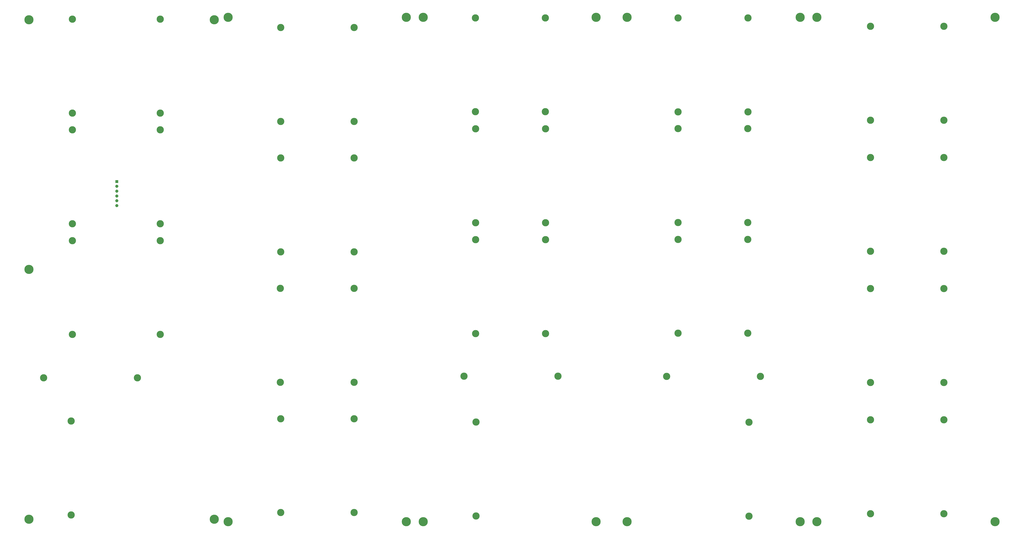
<source format=gbs>
G04 #@! TF.GenerationSoftware,KiCad,Pcbnew,7.0.8*
G04 #@! TF.CreationDate,2024-02-17T16:19:58-08:00*
G04 #@! TF.ProjectId,FlexDeploySidePanels,466c6578-4465-4706-9c6f-795369646550,rev?*
G04 #@! TF.SameCoordinates,Original*
G04 #@! TF.FileFunction,Soldermask,Bot*
G04 #@! TF.FilePolarity,Negative*
%FSLAX46Y46*%
G04 Gerber Fmt 4.6, Leading zero omitted, Abs format (unit mm)*
G04 Created by KiCad (PCBNEW 7.0.8) date 2024-02-17 16:19:58*
%MOMM*%
%LPD*%
G01*
G04 APERTURE LIST*
%ADD10C,3.000000*%
%ADD11R,1.308000X1.308000*%
%ADD12C,1.308000*%
%ADD13C,2.600000*%
%ADD14C,3.800000*%
G04 APERTURE END LIST*
D10*
X472450000Y-308454797D03*
X472450000Y-269454797D03*
X306900000Y-141450000D03*
X306900000Y-102450000D03*
X147000000Y-141999000D03*
X147000000Y-102999000D03*
D11*
X128950000Y-170450000D03*
D12*
X128950000Y-172450000D03*
X128950000Y-174450000D03*
X128950000Y-176450000D03*
X128950000Y-178450000D03*
X128950000Y-180450000D03*
D10*
X277950000Y-194650000D03*
X277950000Y-233650000D03*
X391100000Y-141500000D03*
X391100000Y-102500000D03*
D13*
X169450000Y-103250000D03*
D14*
X169450000Y-103250000D03*
D10*
X273150000Y-251300000D03*
X312150000Y-251300000D03*
X362000000Y-148500000D03*
X362000000Y-187500000D03*
X197000000Y-269000000D03*
X197000000Y-308000000D03*
D13*
X92450000Y-310750000D03*
D14*
X92450000Y-310750000D03*
D10*
X98500000Y-252000000D03*
X137500000Y-252000000D03*
D13*
X340900000Y-311750000D03*
D14*
X340900000Y-311750000D03*
D10*
X277900000Y-102450000D03*
X277900000Y-141450000D03*
X441950000Y-160454797D03*
X441950000Y-199454797D03*
X362000000Y-194500000D03*
X362000000Y-233500000D03*
D13*
X493700000Y-311750000D03*
D14*
X493700000Y-311750000D03*
D10*
X227500000Y-199666666D03*
X227500000Y-160666666D03*
D13*
X328000000Y-311750000D03*
D14*
X328000000Y-311750000D03*
D13*
X412700000Y-311750000D03*
D14*
X412700000Y-311750000D03*
D13*
X340900000Y-102250000D03*
D14*
X340900000Y-102250000D03*
D10*
X391500000Y-309510000D03*
X391500000Y-270510000D03*
D13*
X175200000Y-311750000D03*
D14*
X175200000Y-311750000D03*
D10*
X396250000Y-251460000D03*
X357250000Y-251460000D03*
D13*
X249200000Y-102250000D03*
D14*
X249200000Y-102250000D03*
D10*
X196850000Y-214833332D03*
X196850000Y-253833332D03*
D13*
X412700000Y-102250000D03*
D14*
X412700000Y-102250000D03*
D13*
X249200000Y-311750000D03*
D14*
X249200000Y-311750000D03*
D13*
X92456000Y-103251000D03*
D14*
X92456000Y-103251000D03*
D10*
X441950000Y-214954797D03*
X441950000Y-253954797D03*
X391000000Y-187500000D03*
X391000000Y-148500000D03*
D13*
X419720000Y-311750000D03*
D14*
X419720000Y-311750000D03*
D10*
X110500000Y-103000000D03*
X110500000Y-142000000D03*
X147000000Y-188000000D03*
X147000000Y-149000000D03*
X110500000Y-195000000D03*
X110500000Y-234000000D03*
X391000000Y-233500000D03*
X391000000Y-194500000D03*
X197000000Y-106500000D03*
X197000000Y-145500000D03*
X472450000Y-199454797D03*
X472450000Y-160454797D03*
X227500000Y-308000000D03*
X227500000Y-269000000D03*
D13*
X175200000Y-102250000D03*
D14*
X175200000Y-102250000D03*
D10*
X227500000Y-253833332D03*
X227500000Y-214833332D03*
X441950000Y-105954797D03*
X441950000Y-144954797D03*
D13*
X256200000Y-311750000D03*
D14*
X256200000Y-311750000D03*
D10*
X277950000Y-148550000D03*
X277950000Y-187550000D03*
X306950000Y-187550000D03*
X306950000Y-148550000D03*
D13*
X169450000Y-310769000D03*
D14*
X169450000Y-310769000D03*
D10*
X362000000Y-102500000D03*
X362000000Y-141500000D03*
D13*
X419700000Y-102250000D03*
D14*
X419700000Y-102250000D03*
D10*
X441950000Y-269454797D03*
X441950000Y-308454797D03*
D13*
X493700000Y-102250000D03*
D14*
X493700000Y-102250000D03*
D10*
X110000000Y-270000000D03*
X110000000Y-309000000D03*
X278100000Y-309400000D03*
X278100000Y-270400000D03*
X472450000Y-144954797D03*
X472450000Y-105954797D03*
X110500000Y-149000000D03*
X110500000Y-188000000D03*
D13*
X256200000Y-102250000D03*
D14*
X256200000Y-102250000D03*
D13*
X328000000Y-102250000D03*
D14*
X328000000Y-102250000D03*
D10*
X306950000Y-233650000D03*
X306950000Y-194650000D03*
X472450000Y-253954797D03*
X472450000Y-214954797D03*
X147000000Y-234000000D03*
X147000000Y-195000000D03*
X197000000Y-160666666D03*
X197000000Y-199666666D03*
D13*
X92450000Y-207000000D03*
D14*
X92450000Y-207000000D03*
D10*
X227500000Y-145500000D03*
X227500000Y-106500000D03*
M02*

</source>
